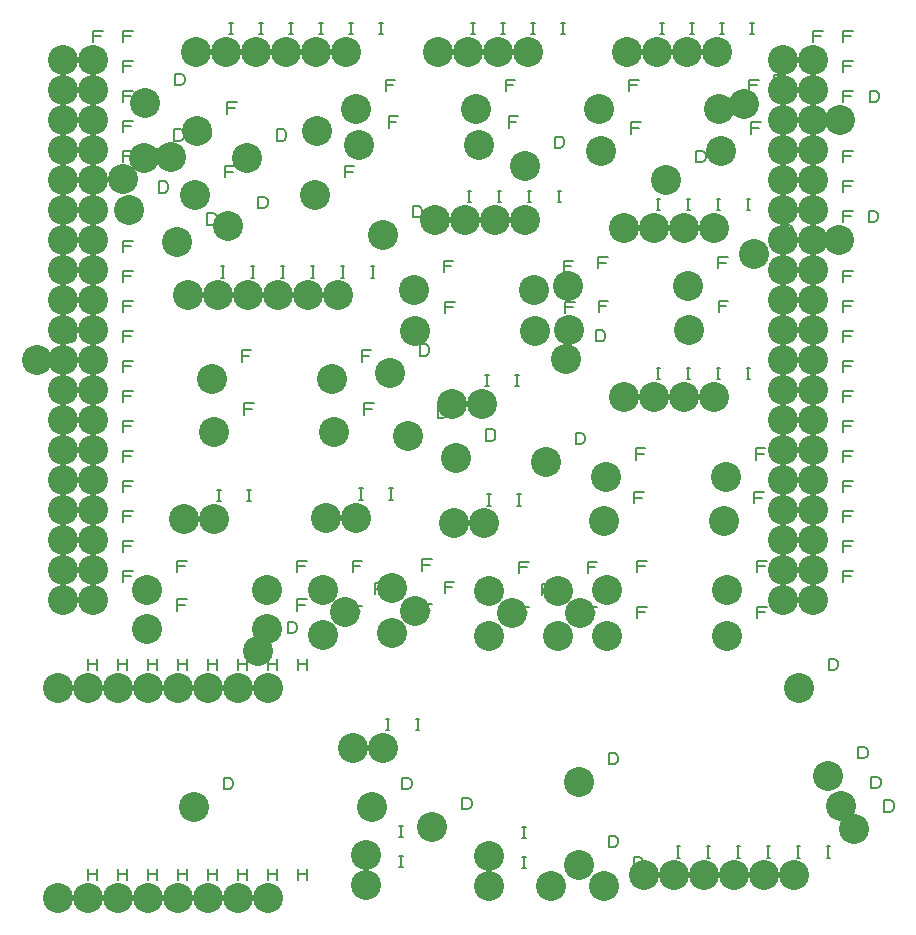
<source format=gbr>
G04 DesignSpark PCB Gerber Version 9.0 Build 5138 *
G04 #@! TF.Part,Single*
G04 #@! TF.FileFunction,Drillmap *
G04 #@! TF.FilePolarity,Positive *
%FSLAX35Y35*%
%MOIN*%
%ADD12C,0.00500*%
G04 #@! TA.AperFunction,ComponentPad*
%ADD18C,0.10000*%
X0Y0D02*
D02*
D12*
X22061Y204643D02*
Y208393D01*
X23936*
X24561Y208081*
X24874Y207768*
X25186Y207143*
Y205893*
X24874Y205268*
X24561Y204956*
X23936Y204643*
X22061*
X29049Y25312D02*
Y29062D01*
Y27187D02*
X32174D01*
Y25312D02*
Y29062D01*
X29049Y95312D02*
Y99062D01*
Y97187D02*
X32174D01*
Y95312D02*
Y99062D01*
X30841Y124643D02*
Y128393D01*
X33966*
X33341Y126518D02*
X30841D01*
Y134643D02*
Y138393D01*
X33966*
X33341Y136518D02*
X30841D01*
Y144643D02*
Y148393D01*
X33966*
X33341Y146518D02*
X30841D01*
Y154643D02*
Y158393D01*
X33966*
X33341Y156518D02*
X30841D01*
Y164643D02*
Y168393D01*
X33966*
X33341Y166518D02*
X30841D01*
Y174643D02*
Y178393D01*
X33966*
X33341Y176518D02*
X30841D01*
Y184643D02*
Y188393D01*
X33966*
X33341Y186518D02*
X30841D01*
Y194643D02*
Y198393D01*
X33966*
X33341Y196518D02*
X30841D01*
Y204643D02*
Y208393D01*
X33966*
X33341Y206518D02*
X30841D01*
Y214643D02*
Y218393D01*
X33966*
X33341Y216518D02*
X30841D01*
Y224643D02*
Y228393D01*
X33966*
X33341Y226518D02*
X30841D01*
Y234643D02*
Y238393D01*
X33966*
X33341Y236518D02*
X30841D01*
Y244643D02*
Y248393D01*
X33966*
X33341Y246518D02*
X30841D01*
Y254643D02*
Y258393D01*
X33966*
X33341Y256518D02*
X30841D01*
Y264643D02*
Y268393D01*
X33966*
X33341Y266518D02*
X30841D01*
Y274643D02*
Y278393D01*
X33966*
X33341Y276518D02*
X30841D01*
Y284643D02*
Y288393D01*
X33966*
X33341Y286518D02*
X30841D01*
Y294643D02*
Y298393D01*
X33966*
X33341Y296518D02*
X30841D01*
Y304643D02*
Y308393D01*
X33966*
X33341Y306518D02*
X30841D01*
X39049Y25312D02*
Y29062D01*
Y27187D02*
X42174D01*
Y25312D02*
Y29062D01*
X39049Y95312D02*
Y99062D01*
Y97187D02*
X42174D01*
Y95312D02*
Y99062D01*
X40841Y124643D02*
Y128393D01*
X43966*
X43341Y126518D02*
X40841D01*
Y134643D02*
Y138393D01*
X43966*
X43341Y136518D02*
X40841D01*
Y144643D02*
Y148393D01*
X43966*
X43341Y146518D02*
X40841D01*
Y154643D02*
Y158393D01*
X43966*
X43341Y156518D02*
X40841D01*
Y164643D02*
Y168393D01*
X43966*
X43341Y166518D02*
X40841D01*
Y174643D02*
Y178393D01*
X43966*
X43341Y176518D02*
X40841D01*
Y184643D02*
Y188393D01*
X43966*
X43341Y186518D02*
X40841D01*
Y194643D02*
Y198393D01*
X43966*
X43341Y196518D02*
X40841D01*
Y204643D02*
Y208393D01*
X43966*
X43341Y206518D02*
X40841D01*
Y214643D02*
Y218393D01*
X43966*
X43341Y216518D02*
X40841D01*
Y224643D02*
Y228393D01*
X43966*
X43341Y226518D02*
X40841D01*
Y234643D02*
Y238393D01*
X43966*
X43341Y236518D02*
X40841D01*
Y244643D02*
Y248393D01*
X43966*
X43341Y246518D02*
X40841D01*
Y254643D02*
Y258393D01*
X43966*
X43341Y256518D02*
X40841D01*
Y264643D02*
Y268393D01*
X43966*
X43341Y266518D02*
X40841D01*
Y274643D02*
Y278393D01*
X43966*
X43341Y276518D02*
X40841D01*
Y284643D02*
Y288393D01*
X43966*
X43341Y286518D02*
X40841D01*
Y294643D02*
Y298393D01*
X43966*
X43341Y296518D02*
X40841D01*
Y304643D02*
Y308393D01*
X43966*
X43341Y306518D02*
X40841D01*
X49049Y25312D02*
Y29062D01*
Y27187D02*
X52174D01*
Y25312D02*
Y29062D01*
X49049Y95312D02*
Y99062D01*
Y97187D02*
X52174D01*
Y95312D02*
Y99062D01*
X50801Y265037D02*
Y268787D01*
X52676*
X53301Y268474*
X53614Y268162*
X53926Y267537*
Y266287*
X53614Y265662*
X53301Y265349*
X52676Y265037*
X50801*
X52770Y254407D02*
Y258157D01*
X54645*
X55270Y257844*
X55582Y257532*
X55895Y256907*
Y255657*
X55582Y255032*
X55270Y254719*
X54645Y254407*
X52770*
X57888Y271730D02*
Y275480D01*
X59763*
X60388Y275167*
X60700Y274855*
X61013Y274230*
Y272980*
X60700Y272355*
X60388Y272042*
X59763Y271730*
X57888*
X58281Y290233D02*
Y293983D01*
X60157*
X60781Y293671*
X61094Y293359*
X61407Y292733*
Y291483*
X61094Y290859*
X60781Y290546*
X60157Y290233*
X58281*
X58833Y115037D02*
Y118787D01*
X61958*
X61333Y116912D02*
X58833D01*
Y128029D02*
Y131779D01*
X61958*
X61333Y129904D02*
X58833D01*
X59049Y25312D02*
Y29062D01*
Y27187D02*
X62174D01*
Y25312D02*
Y29062D01*
X59049Y95312D02*
Y99062D01*
Y97187D02*
X62174D01*
Y95312D02*
Y99062D01*
X66943Y272123D02*
Y275873D01*
X68818*
X69443Y275561*
X69756Y275248*
X70068Y274623*
Y273373*
X69756Y272748*
X69443Y272436*
X68818Y272123*
X66943*
X68911Y243777D02*
Y247527D01*
X70787*
X71411Y247215*
X71724Y246902*
X72037Y246277*
Y245027*
X71724Y244402*
X71411Y244089*
X70787Y243777*
X68911*
X69049Y25312D02*
Y29062D01*
Y27187D02*
X72174D01*
Y25312D02*
Y29062D01*
X69049Y95312D02*
Y99062D01*
Y97187D02*
X72174D01*
Y95312D02*
Y99062D01*
X72211Y151651D02*
X73461D01*
X72836D02*
Y155401D01*
X72211D02*
X73461D01*
X73353Y226060D02*
X74603D01*
X73978D02*
Y229810D01*
X73353D02*
X74603D01*
X74423Y55588D02*
Y59338D01*
X76298*
X76923Y59026*
X77236Y58713*
X77548Y58088*
Y56838*
X77236Y56213*
X76923Y55900*
X76298Y55588*
X74423*
X74817Y259525D02*
Y263275D01*
X77942*
X77317Y261400D02*
X74817D01*
X76109Y307163D02*
X77359D01*
X76734D02*
Y310913D01*
X76109D02*
X77359D01*
X75604Y280785D02*
Y284535D01*
X78730*
X78104Y282660D02*
X75604D01*
X79049Y25312D02*
Y29062D01*
Y27187D02*
X82174D01*
Y25312D02*
Y29062D01*
X79049Y95312D02*
Y99062D01*
Y97187D02*
X82174D01*
Y95312D02*
Y99062D01*
X80329Y198107D02*
Y201857D01*
X83454*
X82829Y199983D02*
X80329D01*
X82211Y151651D02*
X83461D01*
X82836D02*
Y155401D01*
X82211D02*
X83461D01*
X81274Y180391D02*
Y184141D01*
X84399*
X83774Y182266D02*
X81274D01*
X83353Y226060D02*
X84603D01*
X83978D02*
Y229810D01*
X83353D02*
X84603D01*
X86109Y307163D02*
X87359D01*
X86734D02*
Y310913D01*
X86109D02*
X87359D01*
X85841Y249289D02*
Y253039D01*
X87716*
X88341Y252726*
X88653Y252414*
X88966Y251789*
Y250539*
X88653Y249914*
X88341Y249601*
X87716Y249289*
X85841*
X89049Y25312D02*
Y29062D01*
Y27187D02*
X92174D01*
Y25312D02*
Y29062D01*
X89049Y95312D02*
Y99062D01*
Y97187D02*
X92174D01*
Y95312D02*
Y99062D01*
X92140Y271730D02*
Y275480D01*
X94015*
X94640Y275167*
X94952Y274855*
X95265Y274230*
Y272980*
X94952Y272355*
X94640Y272042*
X94015Y271730*
X92140*
X93353Y226060D02*
X94603D01*
X93978D02*
Y229810D01*
X93353D02*
X94603D01*
X96109Y307163D02*
X97359D01*
X96734D02*
Y310913D01*
X96109D02*
X97359D01*
X95683Y107556D02*
Y111306D01*
X97558*
X98183Y110994*
X98496Y110681*
X98808Y110056*
Y108806*
X98496Y108181*
X98183Y107869*
X97558Y107556*
X95683*
X98833Y115037D02*
Y118787D01*
X101958*
X101333Y116912D02*
X98833D01*
Y128029D02*
Y131779D01*
X101958*
X101333Y129904D02*
X98833D01*
X99049Y25312D02*
Y29062D01*
Y27187D02*
X102174D01*
Y25312D02*
Y29062D01*
X99049Y95312D02*
Y99062D01*
Y97187D02*
X102174D01*
Y95312D02*
Y99062D01*
X103353Y226060D02*
X104603D01*
X103978D02*
Y229810D01*
X103353D02*
X104603D01*
X106109Y307163D02*
X107359D01*
X106734D02*
Y310913D01*
X106109D02*
X107359D01*
X113353Y226060D02*
X114603D01*
X113978D02*
Y229810D01*
X113353D02*
X114603D01*
X114817Y259525D02*
Y263275D01*
X117942*
X117317Y261400D02*
X114817D01*
X116109Y307163D02*
X117359D01*
X116734D02*
Y310913D01*
X116109D02*
X117359D01*
X115604Y280785D02*
Y284535D01*
X118730*
X118104Y282660D02*
X115604D01*
X117337Y113029D02*
Y116779D01*
X120462*
X119837Y114904D02*
X117337D01*
Y128029D02*
Y131779D01*
X120462*
X119837Y129904D02*
X117337D01*
X119455Y152044D02*
X120705D01*
X120080D02*
Y155794D01*
X119455D02*
X120705D01*
X120329Y198107D02*
Y201857D01*
X123454*
X122829Y199983D02*
X120329D01*
X121274Y180391D02*
Y184141D01*
X124399*
X123774Y182266D02*
X121274D01*
X123353Y226060D02*
X124603D01*
X123978D02*
Y229810D01*
X123353D02*
X124603D01*
X124837Y120529D02*
Y124279D01*
X127962*
X127337Y122404D02*
X124837D01*
X126109Y307163D02*
X127359D01*
X126734D02*
Y310913D01*
X126109D02*
X127359D01*
X128353Y75273D02*
X129603D01*
X128978D02*
Y79023D01*
X128353D02*
X129603D01*
X128360Y288265D02*
Y292015D01*
X131485*
X130860Y290140D02*
X128360D01*
X129455Y152044D02*
X130705D01*
X130080D02*
Y155794D01*
X129455D02*
X130705D01*
X129305Y276060D02*
Y279810D01*
X132430*
X131805Y277935D02*
X129305D01*
X132841Y29604D02*
X134091D01*
X133466D02*
Y33354D01*
X132841D02*
X134091D01*
X132841Y39604D02*
X134091D01*
X133466D02*
Y43354D01*
X132841D02*
X134091D01*
X133872Y55588D02*
Y59338D01*
X135747*
X136372Y59026*
X136685Y58713*
X136997Y58088*
Y56838*
X136685Y56213*
X136372Y55900*
X135747Y55588*
X133872*
X138353Y75273D02*
X139603D01*
X138978D02*
Y79023D01*
X138353D02*
X139603D01*
X137415Y246139D02*
Y249889D01*
X139291*
X139915Y249577*
X140228Y249264*
X140541Y248639*
Y247389*
X140228Y246764*
X139915Y246452*
X139291Y246139*
X137415*
X139778Y200076D02*
Y203826D01*
X141653*
X142278Y203514*
X142590Y203201*
X142903Y202576*
Y201326*
X142590Y200701*
X142278Y200389*
X141653Y200076*
X139778*
X140565Y113422D02*
Y117172D01*
X143690*
X143065Y115298D02*
X140565D01*
Y128422D02*
Y132172D01*
X143690*
X143065Y130298D02*
X140565D01*
X145683Y179210D02*
Y182960D01*
X147558*
X148183Y182648*
X148496Y182335*
X148808Y181710*
Y180460*
X148496Y179835*
X148183Y179522*
X147558Y179210*
X145683*
X147652Y228029D02*
Y231779D01*
X150777*
X150152Y229904D02*
X147652D01*
X148065Y120922D02*
Y124672D01*
X151190*
X150565Y122798D02*
X148065D01*
X148203Y214249D02*
Y217999D01*
X151328*
X150703Y216124D02*
X148203D01*
X153951Y48895D02*
Y52645D01*
X155826*
X156451Y52333*
X156763Y52020*
X157076Y51395*
Y50145*
X156763Y49520*
X156451Y49207*
X155826Y48895*
X153951*
X155636Y251257D02*
X156886D01*
X156261D02*
Y255007D01*
X155636D02*
X156886D01*
X156817Y307163D02*
X158067D01*
X157443D02*
Y310913D01*
X156817D02*
X158067D01*
X161424Y189840D02*
X162674D01*
X162049D02*
Y193590D01*
X161424D02*
X162674D01*
X162211Y150076D02*
X163461D01*
X162836D02*
Y153826D01*
X162211D02*
X163461D01*
X161825Y171730D02*
Y175480D01*
X163700*
X164325Y175167*
X164637Y174855*
X164950Y174230*
Y172980*
X164637Y172355*
X164325Y172042*
X163700Y171730*
X161825*
X165636Y251257D02*
X166886D01*
X166261D02*
Y255007D01*
X165636D02*
X166886D01*
X166817Y307163D02*
X168067D01*
X167443D02*
Y310913D01*
X166817D02*
X168067D01*
X168360Y288265D02*
Y292015D01*
X171485*
X170860Y290140D02*
X168360D01*
X169305Y276060D02*
Y279810D01*
X172430*
X171805Y277935D02*
X169305D01*
X171424Y189840D02*
X172674D01*
X172049D02*
Y193590D01*
X171424D02*
X172674D01*
X172211Y150076D02*
X173461D01*
X172836D02*
Y153826D01*
X172211D02*
X173461D01*
X173786Y29210D02*
X175036D01*
X174411D02*
Y32960D01*
X173786D02*
X175036D01*
X173786Y39210D02*
X175036D01*
X174411D02*
Y42960D01*
X173786D02*
X175036D01*
X172848Y112635D02*
Y116385D01*
X175974*
X175348Y114510D02*
X172848D01*
Y127635D02*
Y131385D01*
X175974*
X175348Y129510D02*
X172848D01*
X175636Y251257D02*
X176886D01*
X176261D02*
Y255007D01*
X175636D02*
X176886D01*
X176817Y307163D02*
X178067D01*
X177443D02*
Y310913D01*
X176817D02*
X178067D01*
X180348Y120135D02*
Y123885D01*
X183474*
X182848Y122010D02*
X180348D01*
X185636Y251257D02*
X186886D01*
X186261D02*
Y255007D01*
X185636D02*
X186886D01*
X184699Y269367D02*
Y273117D01*
X186574*
X187199Y272805*
X187511Y272493*
X187824Y271867*
Y270617*
X187511Y269993*
X187199Y269680*
X186574Y269367*
X184699*
X186817Y307163D02*
X188067D01*
X187443D02*
Y310913D01*
X186817D02*
X188067D01*
X187652Y228029D02*
Y231779D01*
X190777*
X190152Y229904D02*
X187652D01*
X188203Y214249D02*
Y217999D01*
X191328*
X190703Y216124D02*
X188203D01*
X191746Y170548D02*
Y174298D01*
X193621*
X194246Y173986*
X194559Y173674*
X194871Y173048*
Y171798*
X194559Y171174*
X194246Y170861*
X193621Y170548*
X191746*
X193321Y29210D02*
Y32960D01*
X195196*
X195821Y32648*
X196133Y32335*
X196446Y31710*
Y30460*
X196133Y29835*
X195821Y29522*
X195196Y29210*
X193321*
X195683Y112635D02*
Y116385D01*
X198808*
X198183Y114510D02*
X195683D01*
Y127635D02*
Y131385D01*
X198808*
X198183Y129510D02*
X195683D01*
X198439Y204800D02*
Y208550D01*
X200314*
X200939Y208238*
X201252Y207926*
X201564Y207300*
Y206050*
X201252Y205426*
X200939Y205113*
X200314Y204800*
X198439*
X199226Y229210D02*
Y232960D01*
X202352*
X201726Y231085D02*
X199226D01*
X199384Y214643D02*
Y218393D01*
X202509*
X201884Y216518D02*
X199384D01*
X202770Y36296D02*
Y40046D01*
X204645*
X205270Y39734*
X205582Y39422*
X205895Y38796*
Y37546*
X205582Y36922*
X205270Y36609*
X204645Y36296*
X202770*
Y63856D02*
Y67606D01*
X204645*
X205270Y67293*
X205582Y66981*
X205895Y66356*
Y65106*
X205582Y64481*
X205270Y64168*
X204645Y63856*
X202770*
X203183Y120135D02*
Y123885D01*
X206308*
X205683Y122010D02*
X203183D01*
X209620Y288265D02*
Y292015D01*
X212745*
X212120Y290140D02*
X209620D01*
X210250Y274092D02*
Y277842D01*
X213375*
X212750Y275967D02*
X210250D01*
X211037Y29210D02*
Y32960D01*
X212913*
X213537Y32648*
X213850Y32335*
X214163Y31710*
Y30460*
X213850Y29835*
X213537Y29522*
X212913Y29210*
X211037*
X211195Y150863D02*
Y154613D01*
X214320*
X213695Y152739D02*
X211195D01*
X211825Y165430D02*
Y169180D01*
X214950*
X214325Y167306D02*
X211825D01*
X212219Y112674D02*
Y116424D01*
X215344*
X214719Y114550D02*
X212219D01*
Y128029D02*
Y131779D01*
X215344*
X214719Y129904D02*
X212219D01*
X218628Y192202D02*
X219878D01*
X219254D02*
Y195952D01*
X218628D02*
X219878D01*
X218628Y248501D02*
X219878D01*
X219254D02*
Y252251D01*
X218628D02*
X219878D01*
X219809Y307163D02*
X221059D01*
X220435D02*
Y310913D01*
X219809D02*
X221059D01*
X225321Y32753D02*
X226571D01*
X225946D02*
Y36503D01*
X225321D02*
X226571D01*
X228628Y192202D02*
X229878D01*
X229254D02*
Y195952D01*
X228628D02*
X229878D01*
X228628Y248501D02*
X229878D01*
X229254D02*
Y252251D01*
X228628D02*
X229878D01*
X229809Y307163D02*
X231059D01*
X230435D02*
Y310913D01*
X229809D02*
X231059D01*
X231904Y264643D02*
Y268393D01*
X233779*
X234404Y268081*
X234716Y267768*
X235029Y267143*
Y265893*
X234716Y265268*
X234404Y264956*
X233779Y264643*
X231904*
X235321Y32753D02*
X236571D01*
X235946D02*
Y36503D01*
X235321D02*
X236571D01*
X238628Y192202D02*
X239878D01*
X239254D02*
Y195952D01*
X238628D02*
X239878D01*
X238628Y248501D02*
X239878D01*
X239254D02*
Y252251D01*
X238628D02*
X239878D01*
X239809Y307163D02*
X241059D01*
X240435D02*
Y310913D01*
X239809D02*
X241059D01*
X239226Y229210D02*
Y232960D01*
X242352*
X241726Y231085D02*
X239226D01*
X239384Y214643D02*
Y218393D01*
X242509*
X241884Y216518D02*
X239384D01*
X245321Y32753D02*
X246571D01*
X245946D02*
Y36503D01*
X245321D02*
X246571D01*
X248628Y192202D02*
X249878D01*
X249254D02*
Y195952D01*
X248628D02*
X249878D01*
X248628Y248501D02*
X249878D01*
X249254D02*
Y252251D01*
X248628D02*
X249878D01*
X249809Y307163D02*
X251059D01*
X250435D02*
Y310913D01*
X249809D02*
X251059D01*
X249620Y288265D02*
Y292015D01*
X252745*
X252120Y290140D02*
X249620D01*
X250250Y274092D02*
Y277842D01*
X253375*
X252750Y275967D02*
X250250D01*
X251195Y150863D02*
Y154613D01*
X254320*
X253695Y152739D02*
X251195D01*
X251825Y165430D02*
Y169180D01*
X254950*
X254325Y167306D02*
X251825D01*
X252219Y112674D02*
Y116424D01*
X255344*
X254719Y114550D02*
X252219D01*
Y128029D02*
Y131779D01*
X255344*
X254719Y129904D02*
X252219D01*
X255321Y32753D02*
X256571D01*
X255946D02*
Y36503D01*
X255321D02*
X256571D01*
X257888Y289840D02*
Y293590D01*
X259763*
X260388Y293278*
X260700Y292965*
X261013Y292340*
Y291090*
X260700Y290465*
X260388Y290152*
X259763Y289840*
X257888*
X261037Y239840D02*
Y243590D01*
X262913*
X263537Y243278*
X263850Y242965*
X264163Y242340*
Y241090*
X263850Y240465*
X263537Y240152*
X262913Y239840*
X261037*
X265321Y32753D02*
X266571D01*
X265946D02*
Y36503D01*
X265321D02*
X266571D01*
X270841Y124643D02*
Y128393D01*
X273966*
X273341Y126518D02*
X270841D01*
Y134643D02*
Y138393D01*
X273966*
X273341Y136518D02*
X270841D01*
Y144643D02*
Y148393D01*
X273966*
X273341Y146518D02*
X270841D01*
Y154643D02*
Y158393D01*
X273966*
X273341Y156518D02*
X270841D01*
Y164643D02*
Y168393D01*
X273966*
X273341Y166518D02*
X270841D01*
Y174643D02*
Y178393D01*
X273966*
X273341Y176518D02*
X270841D01*
Y184643D02*
Y188393D01*
X273966*
X273341Y186518D02*
X270841D01*
Y194643D02*
Y198393D01*
X273966*
X273341Y196518D02*
X270841D01*
Y204643D02*
Y208393D01*
X273966*
X273341Y206518D02*
X270841D01*
Y214643D02*
Y218393D01*
X273966*
X273341Y216518D02*
X270841D01*
Y224643D02*
Y228393D01*
X273966*
X273341Y226518D02*
X270841D01*
Y234643D02*
Y238393D01*
X273966*
X273341Y236518D02*
X270841D01*
Y244643D02*
Y248393D01*
X273966*
X273341Y246518D02*
X270841D01*
Y254643D02*
Y258393D01*
X273966*
X273341Y256518D02*
X270841D01*
Y264643D02*
Y268393D01*
X273966*
X273341Y266518D02*
X270841D01*
Y274643D02*
Y278393D01*
X273966*
X273341Y276518D02*
X270841D01*
Y284643D02*
Y288393D01*
X273966*
X273341Y286518D02*
X270841D01*
Y294643D02*
Y298393D01*
X273966*
X273341Y296518D02*
X270841D01*
Y304643D02*
Y308393D01*
X273966*
X273341Y306518D02*
X270841D01*
X275321Y32753D02*
X276571D01*
X275946D02*
Y36503D01*
X275321D02*
X276571D01*
X275998Y95312D02*
Y99062D01*
X277873*
X278498Y98750*
X278811Y98437*
X279123Y97812*
Y96562*
X278811Y95937*
X278498Y95625*
X277873Y95312*
X275998*
X280841Y124643D02*
Y128393D01*
X283966*
X283341Y126518D02*
X280841D01*
Y134643D02*
Y138393D01*
X283966*
X283341Y136518D02*
X280841D01*
Y144643D02*
Y148393D01*
X283966*
X283341Y146518D02*
X280841D01*
Y154643D02*
Y158393D01*
X283966*
X283341Y156518D02*
X280841D01*
Y164643D02*
Y168393D01*
X283966*
X283341Y166518D02*
X280841D01*
Y174643D02*
Y178393D01*
X283966*
X283341Y176518D02*
X280841D01*
Y184643D02*
Y188393D01*
X283966*
X283341Y186518D02*
X280841D01*
Y194643D02*
Y198393D01*
X283966*
X283341Y196518D02*
X280841D01*
Y204643D02*
Y208393D01*
X283966*
X283341Y206518D02*
X280841D01*
Y214643D02*
Y218393D01*
X283966*
X283341Y216518D02*
X280841D01*
Y224643D02*
Y228393D01*
X283966*
X283341Y226518D02*
X280841D01*
Y234643D02*
Y238393D01*
X283966*
X283341Y236518D02*
X280841D01*
Y244643D02*
Y248393D01*
X283966*
X283341Y246518D02*
X280841D01*
Y254643D02*
Y258393D01*
X283966*
X283341Y256518D02*
X280841D01*
Y264643D02*
Y268393D01*
X283966*
X283341Y266518D02*
X280841D01*
Y274643D02*
Y278393D01*
X283966*
X283341Y276518D02*
X280841D01*
Y284643D02*
Y288393D01*
X283966*
X283341Y286518D02*
X280841D01*
Y294643D02*
Y298393D01*
X283966*
X283341Y296518D02*
X280841D01*
Y304643D02*
Y308393D01*
X283966*
X283341Y306518D02*
X280841D01*
X285841Y65824D02*
Y69574D01*
X287716*
X288341Y69262*
X288653Y68949*
X288966Y68324*
Y67074*
X288653Y66449*
X288341Y66137*
X287716Y65824*
X285841*
X289384Y244643D02*
Y248393D01*
X291259*
X291884Y248081*
X292196Y247768*
X292509Y247143*
Y245893*
X292196Y245268*
X291884Y244956*
X291259Y244643*
X289384*
X289778Y284643D02*
Y288393D01*
X291653*
X292278Y288081*
X292590Y287768*
X292903Y287143*
Y285893*
X292590Y285268*
X292278Y284956*
X291653Y284643*
X289778*
X290171Y55981D02*
Y59731D01*
X292046*
X292671Y59419*
X292984Y59107*
X293296Y58481*
Y57231*
X292984Y56607*
X292671Y56294*
X292046Y55981*
X290171*
X294502Y48107D02*
Y51857D01*
X296377*
X297002Y51545*
X297315Y51233*
X297627Y50607*
Y49357*
X297315Y48733*
X297002Y48420*
X296377Y48107*
X294502*
D02*
D18*
X12061Y198706D03*
X19049Y19375D03*
Y89375D03*
X20841Y118706D03*
Y128706D03*
Y138706D03*
Y148706D03*
Y158706D03*
Y168706D03*
Y178706D03*
Y188706D03*
Y198706D03*
Y208706D03*
Y218706D03*
Y228706D03*
Y238706D03*
Y248706D03*
Y258706D03*
Y268706D03*
Y278706D03*
Y288706D03*
Y298706D03*
X29049Y19375D03*
Y89375D03*
X30841Y118706D03*
Y128706D03*
Y138706D03*
Y148706D03*
Y158706D03*
Y168706D03*
Y178706D03*
Y188706D03*
Y198706D03*
Y208706D03*
Y218706D03*
Y228706D03*
Y238706D03*
Y248706D03*
Y258706D03*
Y268706D03*
Y278706D03*
Y288706D03*
Y298706D03*
X39049Y19375D03*
Y89375D03*
X40801Y259099D03*
X42770Y248469D03*
X47888Y265792D03*
X48281Y284296D03*
X48833Y109099D03*
Y122091D03*
X49049Y19375D03*
Y89375D03*
X56943Y266186D03*
X58911Y237839D03*
X59049Y19375D03*
Y89375D03*
X61274Y145713D03*
X62415Y220123D03*
X64423Y49650D03*
X64817Y253587D03*
X65171Y301225D03*
X65604Y274847D03*
X69049Y19375D03*
Y89375D03*
X70329Y192170D03*
X71274Y145713D03*
Y174454D03*
X72415Y220123D03*
X75171Y301225D03*
X75841Y243351D03*
X79049Y19375D03*
Y89375D03*
X82140Y265792D03*
X82415Y220123D03*
X85171Y301225D03*
X85683Y101619D03*
X88833Y109099D03*
Y122091D03*
X89049Y19375D03*
Y89375D03*
X92415Y220123D03*
X95171Y301225D03*
X102415Y220123D03*
X104817Y253587D03*
X105171Y301225D03*
X105604Y274847D03*
X107337Y107091D03*
Y122091D03*
X108518Y146107D03*
X110329Y192170D03*
X111274Y174454D03*
X112415Y220123D03*
X114837Y114591D03*
X115171Y301225D03*
X117415Y69335D03*
X118360Y282328D03*
X118518Y146107D03*
X119305Y270123D03*
X121904Y23666D03*
Y33666D03*
X123872Y49650D03*
X127415Y69335D03*
Y240202D03*
X129778Y194139D03*
X130565Y107485D03*
Y122485D03*
X135683Y173272D03*
X137652Y222091D03*
X138065Y114985D03*
X138203Y208312D03*
X143951Y42957D03*
X144699Y245320D03*
X145880Y301225D03*
X150486Y183902D03*
X151274Y144139D03*
X151825Y165792D03*
X154699Y245320D03*
X155880Y301225D03*
X158360Y282328D03*
X159305Y270123D03*
X160486Y183902D03*
X161274Y144139D03*
X162848Y23272D03*
Y33272D03*
Y106698D03*
Y121698D03*
X164699Y245320D03*
X165880Y301225D03*
X170348Y114198D03*
X174699Y245320D03*
Y263430D03*
X175880Y301225D03*
X177652Y222091D03*
X178203Y208312D03*
X181746Y164611D03*
X183321Y23272D03*
X185683Y106698D03*
Y121698D03*
X188439Y198863D03*
X189226Y223272D03*
X189384Y208706D03*
X192770Y30359D03*
Y57918D03*
X193183Y114198D03*
X199620Y282328D03*
X200250Y268154D03*
X201037Y23272D03*
X201195Y144926D03*
X201825Y159493D03*
X202219Y106737D03*
Y122091D03*
X207691Y186265D03*
Y242564D03*
X208872Y301225D03*
X214384Y26816D03*
X217691Y186265D03*
Y242564D03*
X218872Y301225D03*
X221904Y258706D03*
X224384Y26816D03*
X227691Y186265D03*
Y242564D03*
X228872Y301225D03*
X229226Y223272D03*
X229384Y208706D03*
X234384Y26816D03*
X237691Y186265D03*
Y242564D03*
X238872Y301225D03*
X239620Y282328D03*
X240250Y268154D03*
X241195Y144926D03*
X241825Y159493D03*
X242219Y106737D03*
Y122091D03*
X244384Y26816D03*
X247888Y283902D03*
X251037Y233902D03*
X254384Y26816D03*
X260841Y118706D03*
Y128706D03*
Y138706D03*
Y148706D03*
Y158706D03*
Y168706D03*
Y178706D03*
Y188706D03*
Y198706D03*
Y208706D03*
Y218706D03*
Y228706D03*
Y238706D03*
Y248706D03*
Y258706D03*
Y268706D03*
Y278706D03*
Y288706D03*
Y298706D03*
X264384Y26816D03*
X265998Y89375D03*
X270841Y118706D03*
Y128706D03*
Y138706D03*
Y148706D03*
Y158706D03*
Y168706D03*
Y178706D03*
Y188706D03*
Y198706D03*
Y208706D03*
Y218706D03*
Y228706D03*
Y238706D03*
Y248706D03*
Y258706D03*
Y268706D03*
Y278706D03*
Y288706D03*
Y298706D03*
X275841Y59887D03*
X279384Y238706D03*
X279778Y278706D03*
X280171Y50044D03*
X284502Y42170D03*
X0Y0D02*
M02*

</source>
